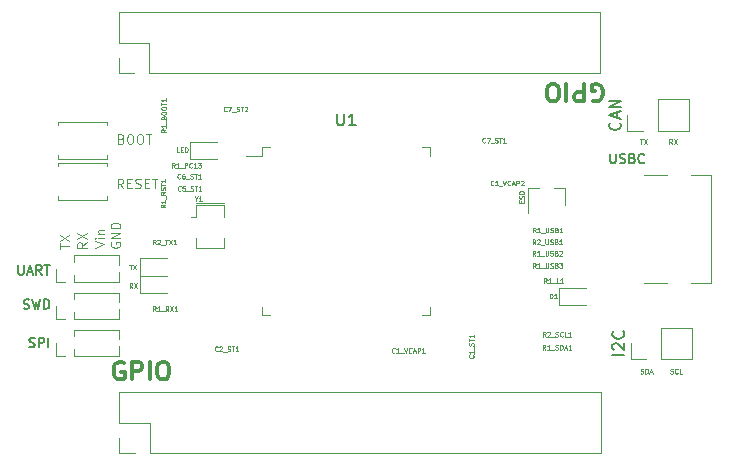
<source format=gbr>
%TF.GenerationSoftware,KiCad,Pcbnew,(5.1.6)-1*%
%TF.CreationDate,2020-08-08T14:22:08+05:30*%
%TF.ProjectId,F745_DISC,46373435-5f44-4495-9343-2e6b69636164,rev?*%
%TF.SameCoordinates,Original*%
%TF.FileFunction,Legend,Top*%
%TF.FilePolarity,Positive*%
%FSLAX46Y46*%
G04 Gerber Fmt 4.6, Leading zero omitted, Abs format (unit mm)*
G04 Created by KiCad (PCBNEW (5.1.6)-1) date 2020-08-08 14:22:08*
%MOMM*%
%LPD*%
G01*
G04 APERTURE LIST*
%ADD10C,0.080000*%
%ADD11C,0.100000*%
%ADD12C,0.300000*%
%ADD13C,0.120000*%
%ADD14C,0.130000*%
%ADD15C,0.150000*%
G04 APERTURE END LIST*
D10*
X89848809Y-62011904D02*
X89905952Y-62030952D01*
X90001190Y-62030952D01*
X90039285Y-62011904D01*
X90058333Y-61992857D01*
X90077380Y-61954761D01*
X90077380Y-61916666D01*
X90058333Y-61878571D01*
X90039285Y-61859523D01*
X90001190Y-61840476D01*
X89925000Y-61821428D01*
X89886904Y-61802380D01*
X89867857Y-61783333D01*
X89848809Y-61745238D01*
X89848809Y-61707142D01*
X89867857Y-61669047D01*
X89886904Y-61650000D01*
X89925000Y-61630952D01*
X90020238Y-61630952D01*
X90077380Y-61650000D01*
X90477380Y-61992857D02*
X90458333Y-62011904D01*
X90401190Y-62030952D01*
X90363095Y-62030952D01*
X90305952Y-62011904D01*
X90267857Y-61973809D01*
X90248809Y-61935714D01*
X90229761Y-61859523D01*
X90229761Y-61802380D01*
X90248809Y-61726190D01*
X90267857Y-61688095D01*
X90305952Y-61650000D01*
X90363095Y-61630952D01*
X90401190Y-61630952D01*
X90458333Y-61650000D01*
X90477380Y-61669047D01*
X90839285Y-62030952D02*
X90648809Y-62030952D01*
X90648809Y-61630952D01*
X87339285Y-62011904D02*
X87396428Y-62030952D01*
X87491666Y-62030952D01*
X87529761Y-62011904D01*
X87548809Y-61992857D01*
X87567857Y-61954761D01*
X87567857Y-61916666D01*
X87548809Y-61878571D01*
X87529761Y-61859523D01*
X87491666Y-61840476D01*
X87415476Y-61821428D01*
X87377380Y-61802380D01*
X87358333Y-61783333D01*
X87339285Y-61745238D01*
X87339285Y-61707142D01*
X87358333Y-61669047D01*
X87377380Y-61650000D01*
X87415476Y-61630952D01*
X87510714Y-61630952D01*
X87567857Y-61650000D01*
X87739285Y-62030952D02*
X87739285Y-61630952D01*
X87834523Y-61630952D01*
X87891666Y-61650000D01*
X87929761Y-61688095D01*
X87948809Y-61726190D01*
X87967857Y-61802380D01*
X87967857Y-61859523D01*
X87948809Y-61935714D01*
X87929761Y-61973809D01*
X87891666Y-62011904D01*
X87834523Y-62030952D01*
X87739285Y-62030952D01*
X88120238Y-61916666D02*
X88310714Y-61916666D01*
X88082142Y-62030952D02*
X88215476Y-61630952D01*
X88348809Y-62030952D01*
X90008333Y-42580952D02*
X89875000Y-42390476D01*
X89779761Y-42580952D02*
X89779761Y-42180952D01*
X89932142Y-42180952D01*
X89970238Y-42200000D01*
X89989285Y-42219047D01*
X90008333Y-42257142D01*
X90008333Y-42314285D01*
X89989285Y-42352380D01*
X89970238Y-42371428D01*
X89932142Y-42390476D01*
X89779761Y-42390476D01*
X90141666Y-42180952D02*
X90408333Y-42580952D01*
X90408333Y-42180952D02*
X90141666Y-42580952D01*
X87295238Y-42180952D02*
X87523809Y-42180952D01*
X87409523Y-42580952D02*
X87409523Y-42180952D01*
X87619047Y-42180952D02*
X87885714Y-42580952D01*
X87885714Y-42180952D02*
X87619047Y-42580952D01*
D11*
X42500000Y-50934523D02*
X42461904Y-51010714D01*
X42461904Y-51125000D01*
X42500000Y-51239285D01*
X42576190Y-51315476D01*
X42652380Y-51353571D01*
X42804761Y-51391666D01*
X42919047Y-51391666D01*
X43071428Y-51353571D01*
X43147619Y-51315476D01*
X43223809Y-51239285D01*
X43261904Y-51125000D01*
X43261904Y-51048809D01*
X43223809Y-50934523D01*
X43185714Y-50896428D01*
X42919047Y-50896428D01*
X42919047Y-51048809D01*
X43261904Y-50553571D02*
X42461904Y-50553571D01*
X43261904Y-50096428D01*
X42461904Y-50096428D01*
X43261904Y-49715476D02*
X42461904Y-49715476D01*
X42461904Y-49525000D01*
X42500000Y-49410714D01*
X42576190Y-49334523D01*
X42652380Y-49296428D01*
X42804761Y-49258333D01*
X42919047Y-49258333D01*
X43071428Y-49296428D01*
X43147619Y-49334523D01*
X43223809Y-49410714D01*
X43261904Y-49525000D01*
X43261904Y-49715476D01*
X41136904Y-51369047D02*
X41936904Y-51102380D01*
X41136904Y-50835714D01*
X41936904Y-50569047D02*
X41403571Y-50569047D01*
X41136904Y-50569047D02*
X41175000Y-50607142D01*
X41213095Y-50569047D01*
X41175000Y-50530952D01*
X41136904Y-50569047D01*
X41213095Y-50569047D01*
X41403571Y-50188095D02*
X41936904Y-50188095D01*
X41479761Y-50188095D02*
X41441666Y-50150000D01*
X41403571Y-50073809D01*
X41403571Y-49959523D01*
X41441666Y-49883333D01*
X41517857Y-49845238D01*
X41936904Y-49845238D01*
X40436904Y-50933333D02*
X40055952Y-51200000D01*
X40436904Y-51390476D02*
X39636904Y-51390476D01*
X39636904Y-51085714D01*
X39675000Y-51009523D01*
X39713095Y-50971428D01*
X39789285Y-50933333D01*
X39903571Y-50933333D01*
X39979761Y-50971428D01*
X40017857Y-51009523D01*
X40055952Y-51085714D01*
X40055952Y-51390476D01*
X39636904Y-50666666D02*
X40436904Y-50133333D01*
X39636904Y-50133333D02*
X40436904Y-50666666D01*
X38136904Y-51459523D02*
X38136904Y-51002380D01*
X38936904Y-51230952D02*
X38136904Y-51230952D01*
X38136904Y-50811904D02*
X38936904Y-50278571D01*
X38136904Y-50278571D02*
X38936904Y-50811904D01*
D12*
X83275000Y-38925000D02*
X83417857Y-38996428D01*
X83632142Y-38996428D01*
X83846428Y-38925000D01*
X83989285Y-38782142D01*
X84060714Y-38639285D01*
X84132142Y-38353571D01*
X84132142Y-38139285D01*
X84060714Y-37853571D01*
X83989285Y-37710714D01*
X83846428Y-37567857D01*
X83632142Y-37496428D01*
X83489285Y-37496428D01*
X83275000Y-37567857D01*
X83203571Y-37639285D01*
X83203571Y-38139285D01*
X83489285Y-38139285D01*
X82560714Y-37496428D02*
X82560714Y-38996428D01*
X81989285Y-38996428D01*
X81846428Y-38925000D01*
X81775000Y-38853571D01*
X81703571Y-38710714D01*
X81703571Y-38496428D01*
X81775000Y-38353571D01*
X81846428Y-38282142D01*
X81989285Y-38210714D01*
X82560714Y-38210714D01*
X81060714Y-37496428D02*
X81060714Y-38996428D01*
X80060714Y-38996428D02*
X79775000Y-38996428D01*
X79632142Y-38925000D01*
X79489285Y-38782142D01*
X79417857Y-38496428D01*
X79417857Y-37996428D01*
X79489285Y-37710714D01*
X79632142Y-37567857D01*
X79775000Y-37496428D01*
X80060714Y-37496428D01*
X80203571Y-37567857D01*
X80346428Y-37710714D01*
X80417857Y-37996428D01*
X80417857Y-38496428D01*
X80346428Y-38782142D01*
X80203571Y-38925000D01*
X80060714Y-38996428D01*
X43575000Y-61100000D02*
X43432142Y-61028571D01*
X43217857Y-61028571D01*
X43003571Y-61100000D01*
X42860714Y-61242857D01*
X42789285Y-61385714D01*
X42717857Y-61671428D01*
X42717857Y-61885714D01*
X42789285Y-62171428D01*
X42860714Y-62314285D01*
X43003571Y-62457142D01*
X43217857Y-62528571D01*
X43360714Y-62528571D01*
X43575000Y-62457142D01*
X43646428Y-62385714D01*
X43646428Y-61885714D01*
X43360714Y-61885714D01*
X44289285Y-62528571D02*
X44289285Y-61028571D01*
X44860714Y-61028571D01*
X45003571Y-61100000D01*
X45075000Y-61171428D01*
X45146428Y-61314285D01*
X45146428Y-61528571D01*
X45075000Y-61671428D01*
X45003571Y-61742857D01*
X44860714Y-61814285D01*
X44289285Y-61814285D01*
X45789285Y-62528571D02*
X45789285Y-61028571D01*
X46789285Y-61028571D02*
X47075000Y-61028571D01*
X47217857Y-61100000D01*
X47360714Y-61242857D01*
X47432142Y-61528571D01*
X47432142Y-62028571D01*
X47360714Y-62314285D01*
X47217857Y-62457142D01*
X47075000Y-62528571D01*
X46789285Y-62528571D01*
X46646428Y-62457142D01*
X46503571Y-62314285D01*
X46432142Y-62028571D01*
X46432142Y-61528571D01*
X46503571Y-61242857D01*
X46646428Y-61100000D01*
X46789285Y-61028571D01*
D13*
%TO.C,SPI*%
X37880000Y-60540000D02*
X37880000Y-59430000D01*
X38640000Y-60540000D02*
X37880000Y-60540000D01*
X39400000Y-58866529D02*
X39400000Y-58320000D01*
X39400000Y-60540000D02*
X39400000Y-59993471D01*
X39400000Y-58320000D02*
X43145000Y-58320000D01*
X39400000Y-60540000D02*
X43145000Y-60540000D01*
X43145000Y-59122470D02*
X43145000Y-58320000D01*
X43145000Y-60540000D02*
X43145000Y-59737530D01*
%TO.C,SWD*%
X37880000Y-57400000D02*
X37880000Y-56290000D01*
X38640000Y-57400000D02*
X37880000Y-57400000D01*
X39400000Y-55726529D02*
X39400000Y-55180000D01*
X39400000Y-57400000D02*
X39400000Y-56853471D01*
X39400000Y-55180000D02*
X43145000Y-55180000D01*
X39400000Y-57400000D02*
X43145000Y-57400000D01*
X43145000Y-55982470D02*
X43145000Y-55180000D01*
X43145000Y-57400000D02*
X43145000Y-56597530D01*
%TO.C,UART*%
X37880000Y-54260000D02*
X37880000Y-53150000D01*
X38640000Y-54260000D02*
X37880000Y-54260000D01*
X39400000Y-52586529D02*
X39400000Y-52040000D01*
X39400000Y-54260000D02*
X39400000Y-53713471D01*
X39400000Y-52040000D02*
X43145000Y-52040000D01*
X39400000Y-54260000D02*
X43145000Y-54260000D01*
X43145000Y-52842470D02*
X43145000Y-52040000D01*
X43145000Y-54260000D02*
X43145000Y-53457530D01*
%TO.C,J4*%
X83960000Y-68780000D02*
X83960000Y-63580000D01*
X45800000Y-68780000D02*
X83960000Y-68780000D01*
X43200000Y-63580000D02*
X83960000Y-63580000D01*
X45800000Y-68780000D02*
X45800000Y-66180000D01*
X45800000Y-66180000D02*
X43200000Y-66180000D01*
X43200000Y-66180000D02*
X43200000Y-63580000D01*
X44530000Y-68780000D02*
X43200000Y-68780000D01*
X43200000Y-68780000D02*
X43200000Y-67450000D01*
%TO.C,J3*%
X83910000Y-36610000D02*
X83910000Y-31410000D01*
X45750000Y-36610000D02*
X83910000Y-36610000D01*
X43150000Y-31410000D02*
X83910000Y-31410000D01*
X45750000Y-36610000D02*
X45750000Y-34010000D01*
X45750000Y-34010000D02*
X43150000Y-34010000D01*
X43150000Y-34010000D02*
X43150000Y-31410000D01*
X44480000Y-36610000D02*
X43150000Y-36610000D01*
X43150000Y-36610000D02*
X43150000Y-35280000D01*
%TO.C,Y1*%
X49700000Y-51400000D02*
X49700000Y-50600000D01*
X52100000Y-51400000D02*
X50100000Y-51400000D01*
X52100000Y-50600000D02*
X52100000Y-51400000D01*
X52100000Y-47800000D02*
X52100000Y-48800000D01*
X50100000Y-47800000D02*
X52100000Y-47800000D01*
X49700000Y-48800000D02*
X49700000Y-47800000D01*
X49700000Y-48800000D02*
X49300000Y-48800000D01*
X52100000Y-47600000D02*
X50100000Y-47600000D01*
X50100000Y-51400000D02*
X49700000Y-51400000D01*
X50100000Y-47800000D02*
X49700000Y-47800000D01*
X50100000Y-47600000D02*
X49700000Y-47600000D01*
%TO.C,U1*%
X68810000Y-57110000D02*
X69510000Y-57110000D01*
X69510000Y-57110000D02*
X69510000Y-56410000D01*
X55990000Y-57110000D02*
X55290000Y-57110000D01*
X55290000Y-57110000D02*
X55290000Y-56410000D01*
X68810000Y-42890000D02*
X69510000Y-42890000D01*
X69510000Y-42890000D02*
X69510000Y-43590000D01*
X55990000Y-42890000D02*
X55290000Y-42890000D01*
X55290000Y-42890000D02*
X55290000Y-43590000D01*
X55290000Y-43590000D02*
X53925000Y-43590000D01*
%TO.C,I2C*%
X91700000Y-60810000D02*
X91700000Y-58150000D01*
X89100000Y-60810000D02*
X91700000Y-60810000D01*
X89100000Y-58150000D02*
X91700000Y-58150000D01*
X89100000Y-60810000D02*
X89100000Y-58150000D01*
X87830000Y-60810000D02*
X86500000Y-60810000D01*
X86500000Y-60810000D02*
X86500000Y-59480000D01*
%TO.C,CAN*%
X91410000Y-41470000D02*
X91410000Y-38810000D01*
X88810000Y-41470000D02*
X91410000Y-41470000D01*
X88810000Y-38810000D02*
X91410000Y-38810000D01*
X88810000Y-41470000D02*
X88810000Y-38810000D01*
X87540000Y-41470000D02*
X86210000Y-41470000D01*
X86210000Y-41470000D02*
X86210000Y-40140000D01*
%TO.C,USBC*%
X87650000Y-54380000D02*
X89570000Y-54380000D01*
X89570000Y-45220000D02*
X87650000Y-45220000D01*
X91580000Y-45220000D02*
X93285000Y-45220000D01*
X93285000Y-54380000D02*
X91580000Y-54380000D01*
X93285000Y-45220000D02*
X93285000Y-54380000D01*
%TO.C,ESD*%
X80960000Y-46300000D02*
X80030000Y-46300000D01*
X77800000Y-46300000D02*
X78730000Y-46300000D01*
X77800000Y-46300000D02*
X77800000Y-48460000D01*
X80960000Y-46300000D02*
X80960000Y-47760000D01*
%TO.C,LED*%
X51450000Y-42390000D02*
X49165000Y-42390000D01*
X49165000Y-42390000D02*
X49165000Y-43860000D01*
X49165000Y-43860000D02*
X51450000Y-43860000D01*
%TO.C,TX*%
X47200000Y-52265000D02*
X44915000Y-52265000D01*
X44915000Y-52265000D02*
X44915000Y-53735000D01*
X44915000Y-53735000D02*
X47200000Y-53735000D01*
%TO.C,RX*%
X47200000Y-53765000D02*
X44915000Y-53765000D01*
X44915000Y-53765000D02*
X44915000Y-55235000D01*
X44915000Y-55235000D02*
X47200000Y-55235000D01*
%TO.C,D1*%
X82700000Y-54755000D02*
X80415000Y-54755000D01*
X80415000Y-54755000D02*
X80415000Y-56225000D01*
X80415000Y-56225000D02*
X82700000Y-56225000D01*
%TO.C,RESET*%
X42170000Y-47320000D02*
X38030000Y-47320000D01*
X38030000Y-44480000D02*
X38030000Y-44180000D01*
X38030000Y-44180000D02*
X42170000Y-44180000D01*
X42170000Y-47020000D02*
X42170000Y-47320000D01*
X42170000Y-44180000D02*
X42170000Y-44480000D01*
X38030000Y-47320000D02*
X38030000Y-47020000D01*
%TO.C,BOOT*%
X42170000Y-43845000D02*
X38030000Y-43845000D01*
X38030000Y-41005000D02*
X38030000Y-40705000D01*
X38030000Y-40705000D02*
X42170000Y-40705000D01*
X42170000Y-43545000D02*
X42170000Y-43845000D01*
X42170000Y-40705000D02*
X42170000Y-41005000D01*
X38030000Y-43845000D02*
X38030000Y-43545000D01*
%TO.C,SPI*%
D14*
X35580952Y-59763809D02*
X35695238Y-59801904D01*
X35885714Y-59801904D01*
X35961904Y-59763809D01*
X36000000Y-59725714D01*
X36038095Y-59649523D01*
X36038095Y-59573333D01*
X36000000Y-59497142D01*
X35961904Y-59459047D01*
X35885714Y-59420952D01*
X35733333Y-59382857D01*
X35657142Y-59344761D01*
X35619047Y-59306666D01*
X35580952Y-59230476D01*
X35580952Y-59154285D01*
X35619047Y-59078095D01*
X35657142Y-59040000D01*
X35733333Y-59001904D01*
X35923809Y-59001904D01*
X36038095Y-59040000D01*
X36380952Y-59801904D02*
X36380952Y-59001904D01*
X36685714Y-59001904D01*
X36761904Y-59040000D01*
X36800000Y-59078095D01*
X36838095Y-59154285D01*
X36838095Y-59268571D01*
X36800000Y-59344761D01*
X36761904Y-59382857D01*
X36685714Y-59420952D01*
X36380952Y-59420952D01*
X37180952Y-59801904D02*
X37180952Y-59001904D01*
%TO.C,SWD*%
X35114285Y-56523809D02*
X35228571Y-56561904D01*
X35419047Y-56561904D01*
X35495238Y-56523809D01*
X35533333Y-56485714D01*
X35571428Y-56409523D01*
X35571428Y-56333333D01*
X35533333Y-56257142D01*
X35495238Y-56219047D01*
X35419047Y-56180952D01*
X35266666Y-56142857D01*
X35190476Y-56104761D01*
X35152380Y-56066666D01*
X35114285Y-55990476D01*
X35114285Y-55914285D01*
X35152380Y-55838095D01*
X35190476Y-55800000D01*
X35266666Y-55761904D01*
X35457142Y-55761904D01*
X35571428Y-55800000D01*
X35838095Y-55761904D02*
X36028571Y-56561904D01*
X36180952Y-55990476D01*
X36333333Y-56561904D01*
X36523809Y-55761904D01*
X36828571Y-56561904D02*
X36828571Y-55761904D01*
X37019047Y-55761904D01*
X37133333Y-55800000D01*
X37209523Y-55876190D01*
X37247619Y-55952380D01*
X37285714Y-56104761D01*
X37285714Y-56219047D01*
X37247619Y-56371428D01*
X37209523Y-56447619D01*
X37133333Y-56523809D01*
X37019047Y-56561904D01*
X36828571Y-56561904D01*
%TO.C,UART*%
X34633809Y-52861904D02*
X34633809Y-53509523D01*
X34671904Y-53585714D01*
X34710000Y-53623809D01*
X34786190Y-53661904D01*
X34938571Y-53661904D01*
X35014761Y-53623809D01*
X35052857Y-53585714D01*
X35090952Y-53509523D01*
X35090952Y-52861904D01*
X35433809Y-53433333D02*
X35814761Y-53433333D01*
X35357619Y-53661904D02*
X35624285Y-52861904D01*
X35890952Y-53661904D01*
X36614761Y-53661904D02*
X36348095Y-53280952D01*
X36157619Y-53661904D02*
X36157619Y-52861904D01*
X36462380Y-52861904D01*
X36538571Y-52900000D01*
X36576666Y-52938095D01*
X36614761Y-53014285D01*
X36614761Y-53128571D01*
X36576666Y-53204761D01*
X36538571Y-53242857D01*
X36462380Y-53280952D01*
X36157619Y-53280952D01*
X36843333Y-52861904D02*
X37300476Y-52861904D01*
X37071904Y-53661904D02*
X37071904Y-52861904D01*
%TO.C,Y1*%
D11*
X49709523Y-47240476D02*
X49709523Y-47430952D01*
X49576190Y-47030952D02*
X49709523Y-47240476D01*
X49842857Y-47030952D01*
X50185714Y-47430952D02*
X49957142Y-47430952D01*
X50071428Y-47430952D02*
X50071428Y-47030952D01*
X50033333Y-47088095D01*
X49995238Y-47126190D01*
X49957142Y-47145238D01*
%TO.C,U1*%
D15*
X61638095Y-40032380D02*
X61638095Y-40841904D01*
X61685714Y-40937142D01*
X61733333Y-40984761D01*
X61828571Y-41032380D01*
X62019047Y-41032380D01*
X62114285Y-40984761D01*
X62161904Y-40937142D01*
X62209523Y-40841904D01*
X62209523Y-40032380D01*
X63209523Y-41032380D02*
X62638095Y-41032380D01*
X62923809Y-41032380D02*
X62923809Y-40032380D01*
X62828571Y-40175238D01*
X62733333Y-40270476D01*
X62638095Y-40318095D01*
%TO.C,R2_USB1*%
D11*
X78425476Y-51080952D02*
X78292142Y-50890476D01*
X78196904Y-51080952D02*
X78196904Y-50680952D01*
X78349285Y-50680952D01*
X78387380Y-50700000D01*
X78406428Y-50719047D01*
X78425476Y-50757142D01*
X78425476Y-50814285D01*
X78406428Y-50852380D01*
X78387380Y-50871428D01*
X78349285Y-50890476D01*
X78196904Y-50890476D01*
X78577857Y-50719047D02*
X78596904Y-50700000D01*
X78635000Y-50680952D01*
X78730238Y-50680952D01*
X78768333Y-50700000D01*
X78787380Y-50719047D01*
X78806428Y-50757142D01*
X78806428Y-50795238D01*
X78787380Y-50852380D01*
X78558809Y-51080952D01*
X78806428Y-51080952D01*
X78882619Y-51119047D02*
X79187380Y-51119047D01*
X79282619Y-50680952D02*
X79282619Y-51004761D01*
X79301666Y-51042857D01*
X79320714Y-51061904D01*
X79358809Y-51080952D01*
X79435000Y-51080952D01*
X79473095Y-51061904D01*
X79492142Y-51042857D01*
X79511190Y-51004761D01*
X79511190Y-50680952D01*
X79682619Y-51061904D02*
X79739761Y-51080952D01*
X79835000Y-51080952D01*
X79873095Y-51061904D01*
X79892142Y-51042857D01*
X79911190Y-51004761D01*
X79911190Y-50966666D01*
X79892142Y-50928571D01*
X79873095Y-50909523D01*
X79835000Y-50890476D01*
X79758809Y-50871428D01*
X79720714Y-50852380D01*
X79701666Y-50833333D01*
X79682619Y-50795238D01*
X79682619Y-50757142D01*
X79701666Y-50719047D01*
X79720714Y-50700000D01*
X79758809Y-50680952D01*
X79854047Y-50680952D01*
X79911190Y-50700000D01*
X80215952Y-50871428D02*
X80273095Y-50890476D01*
X80292142Y-50909523D01*
X80311190Y-50947619D01*
X80311190Y-51004761D01*
X80292142Y-51042857D01*
X80273095Y-51061904D01*
X80235000Y-51080952D01*
X80082619Y-51080952D01*
X80082619Y-50680952D01*
X80215952Y-50680952D01*
X80254047Y-50700000D01*
X80273095Y-50719047D01*
X80292142Y-50757142D01*
X80292142Y-50795238D01*
X80273095Y-50833333D01*
X80254047Y-50852380D01*
X80215952Y-50871428D01*
X80082619Y-50871428D01*
X80692142Y-51080952D02*
X80463571Y-51080952D01*
X80577857Y-51080952D02*
X80577857Y-50680952D01*
X80539761Y-50738095D01*
X80501666Y-50776190D01*
X80463571Y-50795238D01*
%TO.C,R2_TX1*%
X46272619Y-51105952D02*
X46139285Y-50915476D01*
X46044047Y-51105952D02*
X46044047Y-50705952D01*
X46196428Y-50705952D01*
X46234523Y-50725000D01*
X46253571Y-50744047D01*
X46272619Y-50782142D01*
X46272619Y-50839285D01*
X46253571Y-50877380D01*
X46234523Y-50896428D01*
X46196428Y-50915476D01*
X46044047Y-50915476D01*
X46425000Y-50744047D02*
X46444047Y-50725000D01*
X46482142Y-50705952D01*
X46577380Y-50705952D01*
X46615476Y-50725000D01*
X46634523Y-50744047D01*
X46653571Y-50782142D01*
X46653571Y-50820238D01*
X46634523Y-50877380D01*
X46405952Y-51105952D01*
X46653571Y-51105952D01*
X46729761Y-51144047D02*
X47034523Y-51144047D01*
X47072619Y-50705952D02*
X47301190Y-50705952D01*
X47186904Y-51105952D02*
X47186904Y-50705952D01*
X47396428Y-50705952D02*
X47663095Y-51105952D01*
X47663095Y-50705952D02*
X47396428Y-51105952D01*
X48025000Y-51105952D02*
X47796428Y-51105952D01*
X47910714Y-51105952D02*
X47910714Y-50705952D01*
X47872619Y-50763095D01*
X47834523Y-50801190D01*
X47796428Y-50820238D01*
%TO.C,R2_SCL1*%
X79288095Y-58905952D02*
X79154761Y-58715476D01*
X79059523Y-58905952D02*
X79059523Y-58505952D01*
X79211904Y-58505952D01*
X79250000Y-58525000D01*
X79269047Y-58544047D01*
X79288095Y-58582142D01*
X79288095Y-58639285D01*
X79269047Y-58677380D01*
X79250000Y-58696428D01*
X79211904Y-58715476D01*
X79059523Y-58715476D01*
X79440476Y-58544047D02*
X79459523Y-58525000D01*
X79497619Y-58505952D01*
X79592857Y-58505952D01*
X79630952Y-58525000D01*
X79650000Y-58544047D01*
X79669047Y-58582142D01*
X79669047Y-58620238D01*
X79650000Y-58677380D01*
X79421428Y-58905952D01*
X79669047Y-58905952D01*
X79745238Y-58944047D02*
X80050000Y-58944047D01*
X80126190Y-58886904D02*
X80183333Y-58905952D01*
X80278571Y-58905952D01*
X80316666Y-58886904D01*
X80335714Y-58867857D01*
X80354761Y-58829761D01*
X80354761Y-58791666D01*
X80335714Y-58753571D01*
X80316666Y-58734523D01*
X80278571Y-58715476D01*
X80202380Y-58696428D01*
X80164285Y-58677380D01*
X80145238Y-58658333D01*
X80126190Y-58620238D01*
X80126190Y-58582142D01*
X80145238Y-58544047D01*
X80164285Y-58525000D01*
X80202380Y-58505952D01*
X80297619Y-58505952D01*
X80354761Y-58525000D01*
X80754761Y-58867857D02*
X80735714Y-58886904D01*
X80678571Y-58905952D01*
X80640476Y-58905952D01*
X80583333Y-58886904D01*
X80545238Y-58848809D01*
X80526190Y-58810714D01*
X80507142Y-58734523D01*
X80507142Y-58677380D01*
X80526190Y-58601190D01*
X80545238Y-58563095D01*
X80583333Y-58525000D01*
X80640476Y-58505952D01*
X80678571Y-58505952D01*
X80735714Y-58525000D01*
X80754761Y-58544047D01*
X81116666Y-58905952D02*
X80926190Y-58905952D01*
X80926190Y-58505952D01*
X81459523Y-58905952D02*
X81230952Y-58905952D01*
X81345238Y-58905952D02*
X81345238Y-58505952D01*
X81307142Y-58563095D01*
X81269047Y-58601190D01*
X81230952Y-58620238D01*
%TO.C,R1_USB3*%
X78440476Y-53080952D02*
X78307142Y-52890476D01*
X78211904Y-53080952D02*
X78211904Y-52680952D01*
X78364285Y-52680952D01*
X78402380Y-52700000D01*
X78421428Y-52719047D01*
X78440476Y-52757142D01*
X78440476Y-52814285D01*
X78421428Y-52852380D01*
X78402380Y-52871428D01*
X78364285Y-52890476D01*
X78211904Y-52890476D01*
X78821428Y-53080952D02*
X78592857Y-53080952D01*
X78707142Y-53080952D02*
X78707142Y-52680952D01*
X78669047Y-52738095D01*
X78630952Y-52776190D01*
X78592857Y-52795238D01*
X78897619Y-53119047D02*
X79202380Y-53119047D01*
X79297619Y-52680952D02*
X79297619Y-53004761D01*
X79316666Y-53042857D01*
X79335714Y-53061904D01*
X79373809Y-53080952D01*
X79450000Y-53080952D01*
X79488095Y-53061904D01*
X79507142Y-53042857D01*
X79526190Y-53004761D01*
X79526190Y-52680952D01*
X79697619Y-53061904D02*
X79754761Y-53080952D01*
X79850000Y-53080952D01*
X79888095Y-53061904D01*
X79907142Y-53042857D01*
X79926190Y-53004761D01*
X79926190Y-52966666D01*
X79907142Y-52928571D01*
X79888095Y-52909523D01*
X79850000Y-52890476D01*
X79773809Y-52871428D01*
X79735714Y-52852380D01*
X79716666Y-52833333D01*
X79697619Y-52795238D01*
X79697619Y-52757142D01*
X79716666Y-52719047D01*
X79735714Y-52700000D01*
X79773809Y-52680952D01*
X79869047Y-52680952D01*
X79926190Y-52700000D01*
X80230952Y-52871428D02*
X80288095Y-52890476D01*
X80307142Y-52909523D01*
X80326190Y-52947619D01*
X80326190Y-53004761D01*
X80307142Y-53042857D01*
X80288095Y-53061904D01*
X80250000Y-53080952D01*
X80097619Y-53080952D01*
X80097619Y-52680952D01*
X80230952Y-52680952D01*
X80269047Y-52700000D01*
X80288095Y-52719047D01*
X80307142Y-52757142D01*
X80307142Y-52795238D01*
X80288095Y-52833333D01*
X80269047Y-52852380D01*
X80230952Y-52871428D01*
X80097619Y-52871428D01*
X80459523Y-52680952D02*
X80707142Y-52680952D01*
X80573809Y-52833333D01*
X80630952Y-52833333D01*
X80669047Y-52852380D01*
X80688095Y-52871428D01*
X80707142Y-52909523D01*
X80707142Y-53004761D01*
X80688095Y-53042857D01*
X80669047Y-53061904D01*
X80630952Y-53080952D01*
X80516666Y-53080952D01*
X80478571Y-53061904D01*
X80459523Y-53042857D01*
%TO.C,R1_USB2*%
X78430476Y-52040952D02*
X78297142Y-51850476D01*
X78201904Y-52040952D02*
X78201904Y-51640952D01*
X78354285Y-51640952D01*
X78392380Y-51660000D01*
X78411428Y-51679047D01*
X78430476Y-51717142D01*
X78430476Y-51774285D01*
X78411428Y-51812380D01*
X78392380Y-51831428D01*
X78354285Y-51850476D01*
X78201904Y-51850476D01*
X78811428Y-52040952D02*
X78582857Y-52040952D01*
X78697142Y-52040952D02*
X78697142Y-51640952D01*
X78659047Y-51698095D01*
X78620952Y-51736190D01*
X78582857Y-51755238D01*
X78887619Y-52079047D02*
X79192380Y-52079047D01*
X79287619Y-51640952D02*
X79287619Y-51964761D01*
X79306666Y-52002857D01*
X79325714Y-52021904D01*
X79363809Y-52040952D01*
X79440000Y-52040952D01*
X79478095Y-52021904D01*
X79497142Y-52002857D01*
X79516190Y-51964761D01*
X79516190Y-51640952D01*
X79687619Y-52021904D02*
X79744761Y-52040952D01*
X79840000Y-52040952D01*
X79878095Y-52021904D01*
X79897142Y-52002857D01*
X79916190Y-51964761D01*
X79916190Y-51926666D01*
X79897142Y-51888571D01*
X79878095Y-51869523D01*
X79840000Y-51850476D01*
X79763809Y-51831428D01*
X79725714Y-51812380D01*
X79706666Y-51793333D01*
X79687619Y-51755238D01*
X79687619Y-51717142D01*
X79706666Y-51679047D01*
X79725714Y-51660000D01*
X79763809Y-51640952D01*
X79859047Y-51640952D01*
X79916190Y-51660000D01*
X80220952Y-51831428D02*
X80278095Y-51850476D01*
X80297142Y-51869523D01*
X80316190Y-51907619D01*
X80316190Y-51964761D01*
X80297142Y-52002857D01*
X80278095Y-52021904D01*
X80240000Y-52040952D01*
X80087619Y-52040952D01*
X80087619Y-51640952D01*
X80220952Y-51640952D01*
X80259047Y-51660000D01*
X80278095Y-51679047D01*
X80297142Y-51717142D01*
X80297142Y-51755238D01*
X80278095Y-51793333D01*
X80259047Y-51812380D01*
X80220952Y-51831428D01*
X80087619Y-51831428D01*
X80468571Y-51679047D02*
X80487619Y-51660000D01*
X80525714Y-51640952D01*
X80620952Y-51640952D01*
X80659047Y-51660000D01*
X80678095Y-51679047D01*
X80697142Y-51717142D01*
X80697142Y-51755238D01*
X80678095Y-51812380D01*
X80449523Y-52040952D01*
X80697142Y-52040952D01*
%TO.C,R1_USB1*%
X78440476Y-50080952D02*
X78307142Y-49890476D01*
X78211904Y-50080952D02*
X78211904Y-49680952D01*
X78364285Y-49680952D01*
X78402380Y-49700000D01*
X78421428Y-49719047D01*
X78440476Y-49757142D01*
X78440476Y-49814285D01*
X78421428Y-49852380D01*
X78402380Y-49871428D01*
X78364285Y-49890476D01*
X78211904Y-49890476D01*
X78821428Y-50080952D02*
X78592857Y-50080952D01*
X78707142Y-50080952D02*
X78707142Y-49680952D01*
X78669047Y-49738095D01*
X78630952Y-49776190D01*
X78592857Y-49795238D01*
X78897619Y-50119047D02*
X79202380Y-50119047D01*
X79297619Y-49680952D02*
X79297619Y-50004761D01*
X79316666Y-50042857D01*
X79335714Y-50061904D01*
X79373809Y-50080952D01*
X79450000Y-50080952D01*
X79488095Y-50061904D01*
X79507142Y-50042857D01*
X79526190Y-50004761D01*
X79526190Y-49680952D01*
X79697619Y-50061904D02*
X79754761Y-50080952D01*
X79850000Y-50080952D01*
X79888095Y-50061904D01*
X79907142Y-50042857D01*
X79926190Y-50004761D01*
X79926190Y-49966666D01*
X79907142Y-49928571D01*
X79888095Y-49909523D01*
X79850000Y-49890476D01*
X79773809Y-49871428D01*
X79735714Y-49852380D01*
X79716666Y-49833333D01*
X79697619Y-49795238D01*
X79697619Y-49757142D01*
X79716666Y-49719047D01*
X79735714Y-49700000D01*
X79773809Y-49680952D01*
X79869047Y-49680952D01*
X79926190Y-49700000D01*
X80230952Y-49871428D02*
X80288095Y-49890476D01*
X80307142Y-49909523D01*
X80326190Y-49947619D01*
X80326190Y-50004761D01*
X80307142Y-50042857D01*
X80288095Y-50061904D01*
X80250000Y-50080952D01*
X80097619Y-50080952D01*
X80097619Y-49680952D01*
X80230952Y-49680952D01*
X80269047Y-49700000D01*
X80288095Y-49719047D01*
X80307142Y-49757142D01*
X80307142Y-49795238D01*
X80288095Y-49833333D01*
X80269047Y-49852380D01*
X80230952Y-49871428D01*
X80097619Y-49871428D01*
X80707142Y-50080952D02*
X80478571Y-50080952D01*
X80592857Y-50080952D02*
X80592857Y-49680952D01*
X80554761Y-49738095D01*
X80516666Y-49776190D01*
X80478571Y-49795238D01*
%TO.C,R1_SDA1*%
X79278571Y-60005952D02*
X79145238Y-59815476D01*
X79050000Y-60005952D02*
X79050000Y-59605952D01*
X79202380Y-59605952D01*
X79240476Y-59625000D01*
X79259523Y-59644047D01*
X79278571Y-59682142D01*
X79278571Y-59739285D01*
X79259523Y-59777380D01*
X79240476Y-59796428D01*
X79202380Y-59815476D01*
X79050000Y-59815476D01*
X79659523Y-60005952D02*
X79430952Y-60005952D01*
X79545238Y-60005952D02*
X79545238Y-59605952D01*
X79507142Y-59663095D01*
X79469047Y-59701190D01*
X79430952Y-59720238D01*
X79735714Y-60044047D02*
X80040476Y-60044047D01*
X80116666Y-59986904D02*
X80173809Y-60005952D01*
X80269047Y-60005952D01*
X80307142Y-59986904D01*
X80326190Y-59967857D01*
X80345238Y-59929761D01*
X80345238Y-59891666D01*
X80326190Y-59853571D01*
X80307142Y-59834523D01*
X80269047Y-59815476D01*
X80192857Y-59796428D01*
X80154761Y-59777380D01*
X80135714Y-59758333D01*
X80116666Y-59720238D01*
X80116666Y-59682142D01*
X80135714Y-59644047D01*
X80154761Y-59625000D01*
X80192857Y-59605952D01*
X80288095Y-59605952D01*
X80345238Y-59625000D01*
X80516666Y-60005952D02*
X80516666Y-59605952D01*
X80611904Y-59605952D01*
X80669047Y-59625000D01*
X80707142Y-59663095D01*
X80726190Y-59701190D01*
X80745238Y-59777380D01*
X80745238Y-59834523D01*
X80726190Y-59910714D01*
X80707142Y-59948809D01*
X80669047Y-59986904D01*
X80611904Y-60005952D01*
X80516666Y-60005952D01*
X80897619Y-59891666D02*
X81088095Y-59891666D01*
X80859523Y-60005952D02*
X80992857Y-59605952D01*
X81126190Y-60005952D01*
X81469047Y-60005952D02*
X81240476Y-60005952D01*
X81354761Y-60005952D02*
X81354761Y-59605952D01*
X81316666Y-59663095D01*
X81278571Y-59701190D01*
X81240476Y-59720238D01*
%TO.C,R1_RX1*%
X46275000Y-56730952D02*
X46141666Y-56540476D01*
X46046428Y-56730952D02*
X46046428Y-56330952D01*
X46198809Y-56330952D01*
X46236904Y-56350000D01*
X46255952Y-56369047D01*
X46275000Y-56407142D01*
X46275000Y-56464285D01*
X46255952Y-56502380D01*
X46236904Y-56521428D01*
X46198809Y-56540476D01*
X46046428Y-56540476D01*
X46655952Y-56730952D02*
X46427380Y-56730952D01*
X46541666Y-56730952D02*
X46541666Y-56330952D01*
X46503571Y-56388095D01*
X46465476Y-56426190D01*
X46427380Y-56445238D01*
X46732142Y-56769047D02*
X47036904Y-56769047D01*
X47360714Y-56730952D02*
X47227380Y-56540476D01*
X47132142Y-56730952D02*
X47132142Y-56330952D01*
X47284523Y-56330952D01*
X47322619Y-56350000D01*
X47341666Y-56369047D01*
X47360714Y-56407142D01*
X47360714Y-56464285D01*
X47341666Y-56502380D01*
X47322619Y-56521428D01*
X47284523Y-56540476D01*
X47132142Y-56540476D01*
X47494047Y-56330952D02*
X47760714Y-56730952D01*
X47760714Y-56330952D02*
X47494047Y-56730952D01*
X48122619Y-56730952D02*
X47894047Y-56730952D01*
X48008333Y-56730952D02*
X48008333Y-56330952D01*
X47970238Y-56388095D01*
X47932142Y-56426190D01*
X47894047Y-56445238D01*
%TO.C,R1_RST1*%
X47105952Y-47737380D02*
X46915476Y-47870714D01*
X47105952Y-47965952D02*
X46705952Y-47965952D01*
X46705952Y-47813571D01*
X46725000Y-47775476D01*
X46744047Y-47756428D01*
X46782142Y-47737380D01*
X46839285Y-47737380D01*
X46877380Y-47756428D01*
X46896428Y-47775476D01*
X46915476Y-47813571D01*
X46915476Y-47965952D01*
X47105952Y-47356428D02*
X47105952Y-47585000D01*
X47105952Y-47470714D02*
X46705952Y-47470714D01*
X46763095Y-47508809D01*
X46801190Y-47546904D01*
X46820238Y-47585000D01*
X47144047Y-47280238D02*
X47144047Y-46975476D01*
X47105952Y-46651666D02*
X46915476Y-46785000D01*
X47105952Y-46880238D02*
X46705952Y-46880238D01*
X46705952Y-46727857D01*
X46725000Y-46689761D01*
X46744047Y-46670714D01*
X46782142Y-46651666D01*
X46839285Y-46651666D01*
X46877380Y-46670714D01*
X46896428Y-46689761D01*
X46915476Y-46727857D01*
X46915476Y-46880238D01*
X47086904Y-46499285D02*
X47105952Y-46442142D01*
X47105952Y-46346904D01*
X47086904Y-46308809D01*
X47067857Y-46289761D01*
X47029761Y-46270714D01*
X46991666Y-46270714D01*
X46953571Y-46289761D01*
X46934523Y-46308809D01*
X46915476Y-46346904D01*
X46896428Y-46423095D01*
X46877380Y-46461190D01*
X46858333Y-46480238D01*
X46820238Y-46499285D01*
X46782142Y-46499285D01*
X46744047Y-46480238D01*
X46725000Y-46461190D01*
X46705952Y-46423095D01*
X46705952Y-46327857D01*
X46725000Y-46270714D01*
X46705952Y-46156428D02*
X46705952Y-45927857D01*
X47105952Y-46042142D02*
X46705952Y-46042142D01*
X47105952Y-45585000D02*
X47105952Y-45813571D01*
X47105952Y-45699285D02*
X46705952Y-45699285D01*
X46763095Y-45737380D01*
X46801190Y-45775476D01*
X46820238Y-45813571D01*
%TO.C,R1_PC13*%
X47875000Y-44605952D02*
X47741666Y-44415476D01*
X47646428Y-44605952D02*
X47646428Y-44205952D01*
X47798809Y-44205952D01*
X47836904Y-44225000D01*
X47855952Y-44244047D01*
X47875000Y-44282142D01*
X47875000Y-44339285D01*
X47855952Y-44377380D01*
X47836904Y-44396428D01*
X47798809Y-44415476D01*
X47646428Y-44415476D01*
X48255952Y-44605952D02*
X48027380Y-44605952D01*
X48141666Y-44605952D02*
X48141666Y-44205952D01*
X48103571Y-44263095D01*
X48065476Y-44301190D01*
X48027380Y-44320238D01*
X48332142Y-44644047D02*
X48636904Y-44644047D01*
X48732142Y-44605952D02*
X48732142Y-44205952D01*
X48884523Y-44205952D01*
X48922619Y-44225000D01*
X48941666Y-44244047D01*
X48960714Y-44282142D01*
X48960714Y-44339285D01*
X48941666Y-44377380D01*
X48922619Y-44396428D01*
X48884523Y-44415476D01*
X48732142Y-44415476D01*
X49360714Y-44567857D02*
X49341666Y-44586904D01*
X49284523Y-44605952D01*
X49246428Y-44605952D01*
X49189285Y-44586904D01*
X49151190Y-44548809D01*
X49132142Y-44510714D01*
X49113095Y-44434523D01*
X49113095Y-44377380D01*
X49132142Y-44301190D01*
X49151190Y-44263095D01*
X49189285Y-44225000D01*
X49246428Y-44205952D01*
X49284523Y-44205952D01*
X49341666Y-44225000D01*
X49360714Y-44244047D01*
X49741666Y-44605952D02*
X49513095Y-44605952D01*
X49627380Y-44605952D02*
X49627380Y-44205952D01*
X49589285Y-44263095D01*
X49551190Y-44301190D01*
X49513095Y-44320238D01*
X49875000Y-44205952D02*
X50122619Y-44205952D01*
X49989285Y-44358333D01*
X50046428Y-44358333D01*
X50084523Y-44377380D01*
X50103571Y-44396428D01*
X50122619Y-44434523D01*
X50122619Y-44529761D01*
X50103571Y-44567857D01*
X50084523Y-44586904D01*
X50046428Y-44605952D01*
X49932142Y-44605952D01*
X49894047Y-44586904D01*
X49875000Y-44567857D01*
%TO.C,R1_L1*%
X79378571Y-54360952D02*
X79245238Y-54170476D01*
X79150000Y-54360952D02*
X79150000Y-53960952D01*
X79302380Y-53960952D01*
X79340476Y-53980000D01*
X79359523Y-53999047D01*
X79378571Y-54037142D01*
X79378571Y-54094285D01*
X79359523Y-54132380D01*
X79340476Y-54151428D01*
X79302380Y-54170476D01*
X79150000Y-54170476D01*
X79759523Y-54360952D02*
X79530952Y-54360952D01*
X79645238Y-54360952D02*
X79645238Y-53960952D01*
X79607142Y-54018095D01*
X79569047Y-54056190D01*
X79530952Y-54075238D01*
X79835714Y-54399047D02*
X80140476Y-54399047D01*
X80426190Y-54360952D02*
X80235714Y-54360952D01*
X80235714Y-53960952D01*
X80769047Y-54360952D02*
X80540476Y-54360952D01*
X80654761Y-54360952D02*
X80654761Y-53960952D01*
X80616666Y-54018095D01*
X80578571Y-54056190D01*
X80540476Y-54075238D01*
%TO.C,R1_BOOT1*%
X47155952Y-41355952D02*
X46965476Y-41489285D01*
X47155952Y-41584523D02*
X46755952Y-41584523D01*
X46755952Y-41432142D01*
X46775000Y-41394047D01*
X46794047Y-41375000D01*
X46832142Y-41355952D01*
X46889285Y-41355952D01*
X46927380Y-41375000D01*
X46946428Y-41394047D01*
X46965476Y-41432142D01*
X46965476Y-41584523D01*
X47155952Y-40975000D02*
X47155952Y-41203571D01*
X47155952Y-41089285D02*
X46755952Y-41089285D01*
X46813095Y-41127380D01*
X46851190Y-41165476D01*
X46870238Y-41203571D01*
X47194047Y-40898809D02*
X47194047Y-40594047D01*
X46946428Y-40365476D02*
X46965476Y-40308333D01*
X46984523Y-40289285D01*
X47022619Y-40270238D01*
X47079761Y-40270238D01*
X47117857Y-40289285D01*
X47136904Y-40308333D01*
X47155952Y-40346428D01*
X47155952Y-40498809D01*
X46755952Y-40498809D01*
X46755952Y-40365476D01*
X46775000Y-40327380D01*
X46794047Y-40308333D01*
X46832142Y-40289285D01*
X46870238Y-40289285D01*
X46908333Y-40308333D01*
X46927380Y-40327380D01*
X46946428Y-40365476D01*
X46946428Y-40498809D01*
X46755952Y-40022619D02*
X46755952Y-39946428D01*
X46775000Y-39908333D01*
X46813095Y-39870238D01*
X46889285Y-39851190D01*
X47022619Y-39851190D01*
X47098809Y-39870238D01*
X47136904Y-39908333D01*
X47155952Y-39946428D01*
X47155952Y-40022619D01*
X47136904Y-40060714D01*
X47098809Y-40098809D01*
X47022619Y-40117857D01*
X46889285Y-40117857D01*
X46813095Y-40098809D01*
X46775000Y-40060714D01*
X46755952Y-40022619D01*
X46755952Y-39603571D02*
X46755952Y-39527380D01*
X46775000Y-39489285D01*
X46813095Y-39451190D01*
X46889285Y-39432142D01*
X47022619Y-39432142D01*
X47098809Y-39451190D01*
X47136904Y-39489285D01*
X47155952Y-39527380D01*
X47155952Y-39603571D01*
X47136904Y-39641666D01*
X47098809Y-39679761D01*
X47022619Y-39698809D01*
X46889285Y-39698809D01*
X46813095Y-39679761D01*
X46775000Y-39641666D01*
X46755952Y-39603571D01*
X46755952Y-39317857D02*
X46755952Y-39089285D01*
X47155952Y-39203571D02*
X46755952Y-39203571D01*
X47155952Y-38746428D02*
X47155952Y-38975000D01*
X47155952Y-38860714D02*
X46755952Y-38860714D01*
X46813095Y-38898809D01*
X46851190Y-38936904D01*
X46870238Y-38975000D01*
%TO.C,I2C*%
D15*
X85952380Y-60456190D02*
X84952380Y-60456190D01*
X85047619Y-60027619D02*
X85000000Y-59980000D01*
X84952380Y-59884761D01*
X84952380Y-59646666D01*
X85000000Y-59551428D01*
X85047619Y-59503809D01*
X85142857Y-59456190D01*
X85238095Y-59456190D01*
X85380952Y-59503809D01*
X85952380Y-60075238D01*
X85952380Y-59456190D01*
X85857142Y-58456190D02*
X85904761Y-58503809D01*
X85952380Y-58646666D01*
X85952380Y-58741904D01*
X85904761Y-58884761D01*
X85809523Y-58980000D01*
X85714285Y-59027619D01*
X85523809Y-59075238D01*
X85380952Y-59075238D01*
X85190476Y-59027619D01*
X85095238Y-58980000D01*
X85000000Y-58884761D01*
X84952380Y-58741904D01*
X84952380Y-58646666D01*
X85000000Y-58503809D01*
X85047619Y-58456190D01*
%TO.C,CAN*%
X85567142Y-40782857D02*
X85614761Y-40830476D01*
X85662380Y-40973333D01*
X85662380Y-41068571D01*
X85614761Y-41211428D01*
X85519523Y-41306666D01*
X85424285Y-41354285D01*
X85233809Y-41401904D01*
X85090952Y-41401904D01*
X84900476Y-41354285D01*
X84805238Y-41306666D01*
X84710000Y-41211428D01*
X84662380Y-41068571D01*
X84662380Y-40973333D01*
X84710000Y-40830476D01*
X84757619Y-40782857D01*
X85376666Y-40401904D02*
X85376666Y-39925714D01*
X85662380Y-40497142D02*
X84662380Y-40163809D01*
X85662380Y-39830476D01*
X85662380Y-39497142D02*
X84662380Y-39497142D01*
X85662380Y-38925714D01*
X84662380Y-38925714D01*
%TO.C,USBC*%
X84770476Y-43421904D02*
X84770476Y-44069523D01*
X84808571Y-44145714D01*
X84846666Y-44183809D01*
X84922857Y-44221904D01*
X85075238Y-44221904D01*
X85151428Y-44183809D01*
X85189523Y-44145714D01*
X85227619Y-44069523D01*
X85227619Y-43421904D01*
X85570476Y-44183809D02*
X85684761Y-44221904D01*
X85875238Y-44221904D01*
X85951428Y-44183809D01*
X85989523Y-44145714D01*
X86027619Y-44069523D01*
X86027619Y-43993333D01*
X85989523Y-43917142D01*
X85951428Y-43879047D01*
X85875238Y-43840952D01*
X85722857Y-43802857D01*
X85646666Y-43764761D01*
X85608571Y-43726666D01*
X85570476Y-43650476D01*
X85570476Y-43574285D01*
X85608571Y-43498095D01*
X85646666Y-43460000D01*
X85722857Y-43421904D01*
X85913333Y-43421904D01*
X86027619Y-43460000D01*
X86637142Y-43802857D02*
X86751428Y-43840952D01*
X86789523Y-43879047D01*
X86827619Y-43955238D01*
X86827619Y-44069523D01*
X86789523Y-44145714D01*
X86751428Y-44183809D01*
X86675238Y-44221904D01*
X86370476Y-44221904D01*
X86370476Y-43421904D01*
X86637142Y-43421904D01*
X86713333Y-43460000D01*
X86751428Y-43498095D01*
X86789523Y-43574285D01*
X86789523Y-43650476D01*
X86751428Y-43726666D01*
X86713333Y-43764761D01*
X86637142Y-43802857D01*
X86370476Y-43802857D01*
X87627619Y-44145714D02*
X87589523Y-44183809D01*
X87475238Y-44221904D01*
X87399047Y-44221904D01*
X87284761Y-44183809D01*
X87208571Y-44107619D01*
X87170476Y-44031428D01*
X87132380Y-43879047D01*
X87132380Y-43764761D01*
X87170476Y-43612380D01*
X87208571Y-43536190D01*
X87284761Y-43460000D01*
X87399047Y-43421904D01*
X87475238Y-43421904D01*
X87589523Y-43460000D01*
X87627619Y-43498095D01*
%TO.C,ESD*%
D11*
X77251428Y-47566190D02*
X77251428Y-47432857D01*
X77460952Y-47375714D02*
X77460952Y-47566190D01*
X77060952Y-47566190D01*
X77060952Y-47375714D01*
X77441904Y-47223333D02*
X77460952Y-47166190D01*
X77460952Y-47070952D01*
X77441904Y-47032857D01*
X77422857Y-47013809D01*
X77384761Y-46994761D01*
X77346666Y-46994761D01*
X77308571Y-47013809D01*
X77289523Y-47032857D01*
X77270476Y-47070952D01*
X77251428Y-47147142D01*
X77232380Y-47185238D01*
X77213333Y-47204285D01*
X77175238Y-47223333D01*
X77137142Y-47223333D01*
X77099047Y-47204285D01*
X77080000Y-47185238D01*
X77060952Y-47147142D01*
X77060952Y-47051904D01*
X77080000Y-46994761D01*
X77460952Y-46823333D02*
X77060952Y-46823333D01*
X77060952Y-46728095D01*
X77080000Y-46670952D01*
X77118095Y-46632857D01*
X77156190Y-46613809D01*
X77232380Y-46594761D01*
X77289523Y-46594761D01*
X77365714Y-46613809D01*
X77403809Y-46632857D01*
X77441904Y-46670952D01*
X77460952Y-46728095D01*
X77460952Y-46823333D01*
%TO.C,LED*%
X48267857Y-43280952D02*
X48077380Y-43280952D01*
X48077380Y-42880952D01*
X48401190Y-43071428D02*
X48534523Y-43071428D01*
X48591666Y-43280952D02*
X48401190Y-43280952D01*
X48401190Y-42880952D01*
X48591666Y-42880952D01*
X48763095Y-43280952D02*
X48763095Y-42880952D01*
X48858333Y-42880952D01*
X48915476Y-42900000D01*
X48953571Y-42938095D01*
X48972619Y-42976190D01*
X48991666Y-43052380D01*
X48991666Y-43109523D01*
X48972619Y-43185714D01*
X48953571Y-43223809D01*
X48915476Y-43261904D01*
X48858333Y-43280952D01*
X48763095Y-43280952D01*
%TO.C,TX*%
X44045238Y-52805952D02*
X44273809Y-52805952D01*
X44159523Y-53205952D02*
X44159523Y-52805952D01*
X44369047Y-52805952D02*
X44635714Y-53205952D01*
X44635714Y-52805952D02*
X44369047Y-53205952D01*
%TO.C,RX*%
X44308333Y-54780952D02*
X44175000Y-54590476D01*
X44079761Y-54780952D02*
X44079761Y-54380952D01*
X44232142Y-54380952D01*
X44270238Y-54400000D01*
X44289285Y-54419047D01*
X44308333Y-54457142D01*
X44308333Y-54514285D01*
X44289285Y-54552380D01*
X44270238Y-54571428D01*
X44232142Y-54590476D01*
X44079761Y-54590476D01*
X44441666Y-54380952D02*
X44708333Y-54780952D01*
X44708333Y-54380952D02*
X44441666Y-54780952D01*
%TO.C,D1*%
X79654761Y-55670952D02*
X79654761Y-55270952D01*
X79750000Y-55270952D01*
X79807142Y-55290000D01*
X79845238Y-55328095D01*
X79864285Y-55366190D01*
X79883333Y-55442380D01*
X79883333Y-55499523D01*
X79864285Y-55575714D01*
X79845238Y-55613809D01*
X79807142Y-55651904D01*
X79750000Y-55670952D01*
X79654761Y-55670952D01*
X80264285Y-55670952D02*
X80035714Y-55670952D01*
X80150000Y-55670952D02*
X80150000Y-55270952D01*
X80111904Y-55328095D01*
X80073809Y-55366190D01*
X80035714Y-55385238D01*
%TO.C,C7_ST2*%
X52297619Y-39792857D02*
X52278571Y-39811904D01*
X52221428Y-39830952D01*
X52183333Y-39830952D01*
X52126190Y-39811904D01*
X52088095Y-39773809D01*
X52069047Y-39735714D01*
X52050000Y-39659523D01*
X52050000Y-39602380D01*
X52069047Y-39526190D01*
X52088095Y-39488095D01*
X52126190Y-39450000D01*
X52183333Y-39430952D01*
X52221428Y-39430952D01*
X52278571Y-39450000D01*
X52297619Y-39469047D01*
X52430952Y-39430952D02*
X52697619Y-39430952D01*
X52526190Y-39830952D01*
X52754761Y-39869047D02*
X53059523Y-39869047D01*
X53135714Y-39811904D02*
X53192857Y-39830952D01*
X53288095Y-39830952D01*
X53326190Y-39811904D01*
X53345238Y-39792857D01*
X53364285Y-39754761D01*
X53364285Y-39716666D01*
X53345238Y-39678571D01*
X53326190Y-39659523D01*
X53288095Y-39640476D01*
X53211904Y-39621428D01*
X53173809Y-39602380D01*
X53154761Y-39583333D01*
X53135714Y-39545238D01*
X53135714Y-39507142D01*
X53154761Y-39469047D01*
X53173809Y-39450000D01*
X53211904Y-39430952D01*
X53307142Y-39430952D01*
X53364285Y-39450000D01*
X53478571Y-39430952D02*
X53707142Y-39430952D01*
X53592857Y-39830952D02*
X53592857Y-39430952D01*
X53821428Y-39469047D02*
X53840476Y-39450000D01*
X53878571Y-39430952D01*
X53973809Y-39430952D01*
X54011904Y-39450000D01*
X54030952Y-39469047D01*
X54050000Y-39507142D01*
X54050000Y-39545238D01*
X54030952Y-39602380D01*
X53802380Y-39830952D01*
X54050000Y-39830952D01*
%TO.C,C7_ST1*%
X74172619Y-42442857D02*
X74153571Y-42461904D01*
X74096428Y-42480952D01*
X74058333Y-42480952D01*
X74001190Y-42461904D01*
X73963095Y-42423809D01*
X73944047Y-42385714D01*
X73925000Y-42309523D01*
X73925000Y-42252380D01*
X73944047Y-42176190D01*
X73963095Y-42138095D01*
X74001190Y-42100000D01*
X74058333Y-42080952D01*
X74096428Y-42080952D01*
X74153571Y-42100000D01*
X74172619Y-42119047D01*
X74305952Y-42080952D02*
X74572619Y-42080952D01*
X74401190Y-42480952D01*
X74629761Y-42519047D02*
X74934523Y-42519047D01*
X75010714Y-42461904D02*
X75067857Y-42480952D01*
X75163095Y-42480952D01*
X75201190Y-42461904D01*
X75220238Y-42442857D01*
X75239285Y-42404761D01*
X75239285Y-42366666D01*
X75220238Y-42328571D01*
X75201190Y-42309523D01*
X75163095Y-42290476D01*
X75086904Y-42271428D01*
X75048809Y-42252380D01*
X75029761Y-42233333D01*
X75010714Y-42195238D01*
X75010714Y-42157142D01*
X75029761Y-42119047D01*
X75048809Y-42100000D01*
X75086904Y-42080952D01*
X75182142Y-42080952D01*
X75239285Y-42100000D01*
X75353571Y-42080952D02*
X75582142Y-42080952D01*
X75467857Y-42480952D02*
X75467857Y-42080952D01*
X75925000Y-42480952D02*
X75696428Y-42480952D01*
X75810714Y-42480952D02*
X75810714Y-42080952D01*
X75772619Y-42138095D01*
X75734523Y-42176190D01*
X75696428Y-42195238D01*
%TO.C,C6_ST1*%
X48372619Y-45492857D02*
X48353571Y-45511904D01*
X48296428Y-45530952D01*
X48258333Y-45530952D01*
X48201190Y-45511904D01*
X48163095Y-45473809D01*
X48144047Y-45435714D01*
X48125000Y-45359523D01*
X48125000Y-45302380D01*
X48144047Y-45226190D01*
X48163095Y-45188095D01*
X48201190Y-45150000D01*
X48258333Y-45130952D01*
X48296428Y-45130952D01*
X48353571Y-45150000D01*
X48372619Y-45169047D01*
X48715476Y-45130952D02*
X48639285Y-45130952D01*
X48601190Y-45150000D01*
X48582142Y-45169047D01*
X48544047Y-45226190D01*
X48525000Y-45302380D01*
X48525000Y-45454761D01*
X48544047Y-45492857D01*
X48563095Y-45511904D01*
X48601190Y-45530952D01*
X48677380Y-45530952D01*
X48715476Y-45511904D01*
X48734523Y-45492857D01*
X48753571Y-45454761D01*
X48753571Y-45359523D01*
X48734523Y-45321428D01*
X48715476Y-45302380D01*
X48677380Y-45283333D01*
X48601190Y-45283333D01*
X48563095Y-45302380D01*
X48544047Y-45321428D01*
X48525000Y-45359523D01*
X48829761Y-45569047D02*
X49134523Y-45569047D01*
X49210714Y-45511904D02*
X49267857Y-45530952D01*
X49363095Y-45530952D01*
X49401190Y-45511904D01*
X49420238Y-45492857D01*
X49439285Y-45454761D01*
X49439285Y-45416666D01*
X49420238Y-45378571D01*
X49401190Y-45359523D01*
X49363095Y-45340476D01*
X49286904Y-45321428D01*
X49248809Y-45302380D01*
X49229761Y-45283333D01*
X49210714Y-45245238D01*
X49210714Y-45207142D01*
X49229761Y-45169047D01*
X49248809Y-45150000D01*
X49286904Y-45130952D01*
X49382142Y-45130952D01*
X49439285Y-45150000D01*
X49553571Y-45130952D02*
X49782142Y-45130952D01*
X49667857Y-45530952D02*
X49667857Y-45130952D01*
X50125000Y-45530952D02*
X49896428Y-45530952D01*
X50010714Y-45530952D02*
X50010714Y-45130952D01*
X49972619Y-45188095D01*
X49934523Y-45226190D01*
X49896428Y-45245238D01*
%TO.C,C5_ST1*%
X48397619Y-46517857D02*
X48378571Y-46536904D01*
X48321428Y-46555952D01*
X48283333Y-46555952D01*
X48226190Y-46536904D01*
X48188095Y-46498809D01*
X48169047Y-46460714D01*
X48150000Y-46384523D01*
X48150000Y-46327380D01*
X48169047Y-46251190D01*
X48188095Y-46213095D01*
X48226190Y-46175000D01*
X48283333Y-46155952D01*
X48321428Y-46155952D01*
X48378571Y-46175000D01*
X48397619Y-46194047D01*
X48759523Y-46155952D02*
X48569047Y-46155952D01*
X48550000Y-46346428D01*
X48569047Y-46327380D01*
X48607142Y-46308333D01*
X48702380Y-46308333D01*
X48740476Y-46327380D01*
X48759523Y-46346428D01*
X48778571Y-46384523D01*
X48778571Y-46479761D01*
X48759523Y-46517857D01*
X48740476Y-46536904D01*
X48702380Y-46555952D01*
X48607142Y-46555952D01*
X48569047Y-46536904D01*
X48550000Y-46517857D01*
X48854761Y-46594047D02*
X49159523Y-46594047D01*
X49235714Y-46536904D02*
X49292857Y-46555952D01*
X49388095Y-46555952D01*
X49426190Y-46536904D01*
X49445238Y-46517857D01*
X49464285Y-46479761D01*
X49464285Y-46441666D01*
X49445238Y-46403571D01*
X49426190Y-46384523D01*
X49388095Y-46365476D01*
X49311904Y-46346428D01*
X49273809Y-46327380D01*
X49254761Y-46308333D01*
X49235714Y-46270238D01*
X49235714Y-46232142D01*
X49254761Y-46194047D01*
X49273809Y-46175000D01*
X49311904Y-46155952D01*
X49407142Y-46155952D01*
X49464285Y-46175000D01*
X49578571Y-46155952D02*
X49807142Y-46155952D01*
X49692857Y-46555952D02*
X49692857Y-46155952D01*
X50150000Y-46555952D02*
X49921428Y-46555952D01*
X50035714Y-46555952D02*
X50035714Y-46155952D01*
X49997619Y-46213095D01*
X49959523Y-46251190D01*
X49921428Y-46270238D01*
%TO.C,C2_ST1*%
X51522619Y-60092857D02*
X51503571Y-60111904D01*
X51446428Y-60130952D01*
X51408333Y-60130952D01*
X51351190Y-60111904D01*
X51313095Y-60073809D01*
X51294047Y-60035714D01*
X51275000Y-59959523D01*
X51275000Y-59902380D01*
X51294047Y-59826190D01*
X51313095Y-59788095D01*
X51351190Y-59750000D01*
X51408333Y-59730952D01*
X51446428Y-59730952D01*
X51503571Y-59750000D01*
X51522619Y-59769047D01*
X51675000Y-59769047D02*
X51694047Y-59750000D01*
X51732142Y-59730952D01*
X51827380Y-59730952D01*
X51865476Y-59750000D01*
X51884523Y-59769047D01*
X51903571Y-59807142D01*
X51903571Y-59845238D01*
X51884523Y-59902380D01*
X51655952Y-60130952D01*
X51903571Y-60130952D01*
X51979761Y-60169047D02*
X52284523Y-60169047D01*
X52360714Y-60111904D02*
X52417857Y-60130952D01*
X52513095Y-60130952D01*
X52551190Y-60111904D01*
X52570238Y-60092857D01*
X52589285Y-60054761D01*
X52589285Y-60016666D01*
X52570238Y-59978571D01*
X52551190Y-59959523D01*
X52513095Y-59940476D01*
X52436904Y-59921428D01*
X52398809Y-59902380D01*
X52379761Y-59883333D01*
X52360714Y-59845238D01*
X52360714Y-59807142D01*
X52379761Y-59769047D01*
X52398809Y-59750000D01*
X52436904Y-59730952D01*
X52532142Y-59730952D01*
X52589285Y-59750000D01*
X52703571Y-59730952D02*
X52932142Y-59730952D01*
X52817857Y-60130952D02*
X52817857Y-59730952D01*
X53275000Y-60130952D02*
X53046428Y-60130952D01*
X53160714Y-60130952D02*
X53160714Y-59730952D01*
X53122619Y-59788095D01*
X53084523Y-59826190D01*
X53046428Y-59845238D01*
%TO.C,C1_VCAP2*%
X74877619Y-46067857D02*
X74858571Y-46086904D01*
X74801428Y-46105952D01*
X74763333Y-46105952D01*
X74706190Y-46086904D01*
X74668095Y-46048809D01*
X74649047Y-46010714D01*
X74630000Y-45934523D01*
X74630000Y-45877380D01*
X74649047Y-45801190D01*
X74668095Y-45763095D01*
X74706190Y-45725000D01*
X74763333Y-45705952D01*
X74801428Y-45705952D01*
X74858571Y-45725000D01*
X74877619Y-45744047D01*
X75258571Y-46105952D02*
X75030000Y-46105952D01*
X75144285Y-46105952D02*
X75144285Y-45705952D01*
X75106190Y-45763095D01*
X75068095Y-45801190D01*
X75030000Y-45820238D01*
X75334761Y-46144047D02*
X75639523Y-46144047D01*
X75677619Y-45705952D02*
X75810952Y-46105952D01*
X75944285Y-45705952D01*
X76306190Y-46067857D02*
X76287142Y-46086904D01*
X76230000Y-46105952D01*
X76191904Y-46105952D01*
X76134761Y-46086904D01*
X76096666Y-46048809D01*
X76077619Y-46010714D01*
X76058571Y-45934523D01*
X76058571Y-45877380D01*
X76077619Y-45801190D01*
X76096666Y-45763095D01*
X76134761Y-45725000D01*
X76191904Y-45705952D01*
X76230000Y-45705952D01*
X76287142Y-45725000D01*
X76306190Y-45744047D01*
X76458571Y-45991666D02*
X76649047Y-45991666D01*
X76420476Y-46105952D02*
X76553809Y-45705952D01*
X76687142Y-46105952D01*
X76820476Y-46105952D02*
X76820476Y-45705952D01*
X76972857Y-45705952D01*
X77010952Y-45725000D01*
X77030000Y-45744047D01*
X77049047Y-45782142D01*
X77049047Y-45839285D01*
X77030000Y-45877380D01*
X77010952Y-45896428D01*
X76972857Y-45915476D01*
X76820476Y-45915476D01*
X77201428Y-45744047D02*
X77220476Y-45725000D01*
X77258571Y-45705952D01*
X77353809Y-45705952D01*
X77391904Y-45725000D01*
X77410952Y-45744047D01*
X77430000Y-45782142D01*
X77430000Y-45820238D01*
X77410952Y-45877380D01*
X77182380Y-46105952D01*
X77430000Y-46105952D01*
%TO.C,C1_VCAP1*%
X66512619Y-60237857D02*
X66493571Y-60256904D01*
X66436428Y-60275952D01*
X66398333Y-60275952D01*
X66341190Y-60256904D01*
X66303095Y-60218809D01*
X66284047Y-60180714D01*
X66265000Y-60104523D01*
X66265000Y-60047380D01*
X66284047Y-59971190D01*
X66303095Y-59933095D01*
X66341190Y-59895000D01*
X66398333Y-59875952D01*
X66436428Y-59875952D01*
X66493571Y-59895000D01*
X66512619Y-59914047D01*
X66893571Y-60275952D02*
X66665000Y-60275952D01*
X66779285Y-60275952D02*
X66779285Y-59875952D01*
X66741190Y-59933095D01*
X66703095Y-59971190D01*
X66665000Y-59990238D01*
X66969761Y-60314047D02*
X67274523Y-60314047D01*
X67312619Y-59875952D02*
X67445952Y-60275952D01*
X67579285Y-59875952D01*
X67941190Y-60237857D02*
X67922142Y-60256904D01*
X67865000Y-60275952D01*
X67826904Y-60275952D01*
X67769761Y-60256904D01*
X67731666Y-60218809D01*
X67712619Y-60180714D01*
X67693571Y-60104523D01*
X67693571Y-60047380D01*
X67712619Y-59971190D01*
X67731666Y-59933095D01*
X67769761Y-59895000D01*
X67826904Y-59875952D01*
X67865000Y-59875952D01*
X67922142Y-59895000D01*
X67941190Y-59914047D01*
X68093571Y-60161666D02*
X68284047Y-60161666D01*
X68055476Y-60275952D02*
X68188809Y-59875952D01*
X68322142Y-60275952D01*
X68455476Y-60275952D02*
X68455476Y-59875952D01*
X68607857Y-59875952D01*
X68645952Y-59895000D01*
X68665000Y-59914047D01*
X68684047Y-59952142D01*
X68684047Y-60009285D01*
X68665000Y-60047380D01*
X68645952Y-60066428D01*
X68607857Y-60085476D01*
X68455476Y-60085476D01*
X69065000Y-60275952D02*
X68836428Y-60275952D01*
X68950714Y-60275952D02*
X68950714Y-59875952D01*
X68912619Y-59933095D01*
X68874523Y-59971190D01*
X68836428Y-59990238D01*
%TO.C,C1_ST1*%
X73167857Y-60502380D02*
X73186904Y-60521428D01*
X73205952Y-60578571D01*
X73205952Y-60616666D01*
X73186904Y-60673809D01*
X73148809Y-60711904D01*
X73110714Y-60730952D01*
X73034523Y-60750000D01*
X72977380Y-60750000D01*
X72901190Y-60730952D01*
X72863095Y-60711904D01*
X72825000Y-60673809D01*
X72805952Y-60616666D01*
X72805952Y-60578571D01*
X72825000Y-60521428D01*
X72844047Y-60502380D01*
X73205952Y-60121428D02*
X73205952Y-60350000D01*
X73205952Y-60235714D02*
X72805952Y-60235714D01*
X72863095Y-60273809D01*
X72901190Y-60311904D01*
X72920238Y-60350000D01*
X73244047Y-60045238D02*
X73244047Y-59740476D01*
X73186904Y-59664285D02*
X73205952Y-59607142D01*
X73205952Y-59511904D01*
X73186904Y-59473809D01*
X73167857Y-59454761D01*
X73129761Y-59435714D01*
X73091666Y-59435714D01*
X73053571Y-59454761D01*
X73034523Y-59473809D01*
X73015476Y-59511904D01*
X72996428Y-59588095D01*
X72977380Y-59626190D01*
X72958333Y-59645238D01*
X72920238Y-59664285D01*
X72882142Y-59664285D01*
X72844047Y-59645238D01*
X72825000Y-59626190D01*
X72805952Y-59588095D01*
X72805952Y-59492857D01*
X72825000Y-59435714D01*
X72805952Y-59321428D02*
X72805952Y-59092857D01*
X73205952Y-59207142D02*
X72805952Y-59207142D01*
X73205952Y-58750000D02*
X73205952Y-58978571D01*
X73205952Y-58864285D02*
X72805952Y-58864285D01*
X72863095Y-58902380D01*
X72901190Y-58940476D01*
X72920238Y-58978571D01*
%TO.C,RESET*%
X43538095Y-46336904D02*
X43271428Y-45955952D01*
X43080952Y-46336904D02*
X43080952Y-45536904D01*
X43385714Y-45536904D01*
X43461904Y-45575000D01*
X43500000Y-45613095D01*
X43538095Y-45689285D01*
X43538095Y-45803571D01*
X43500000Y-45879761D01*
X43461904Y-45917857D01*
X43385714Y-45955952D01*
X43080952Y-45955952D01*
X43880952Y-45917857D02*
X44147619Y-45917857D01*
X44261904Y-46336904D02*
X43880952Y-46336904D01*
X43880952Y-45536904D01*
X44261904Y-45536904D01*
X44566666Y-46298809D02*
X44680952Y-46336904D01*
X44871428Y-46336904D01*
X44947619Y-46298809D01*
X44985714Y-46260714D01*
X45023809Y-46184523D01*
X45023809Y-46108333D01*
X44985714Y-46032142D01*
X44947619Y-45994047D01*
X44871428Y-45955952D01*
X44719047Y-45917857D01*
X44642857Y-45879761D01*
X44604761Y-45841666D01*
X44566666Y-45765476D01*
X44566666Y-45689285D01*
X44604761Y-45613095D01*
X44642857Y-45575000D01*
X44719047Y-45536904D01*
X44909523Y-45536904D01*
X45023809Y-45575000D01*
X45366666Y-45917857D02*
X45633333Y-45917857D01*
X45747619Y-46336904D02*
X45366666Y-46336904D01*
X45366666Y-45536904D01*
X45747619Y-45536904D01*
X45976190Y-45536904D02*
X46433333Y-45536904D01*
X46204761Y-46336904D02*
X46204761Y-45536904D01*
%TO.C,BOOT*%
X43364285Y-42167857D02*
X43478571Y-42205952D01*
X43516666Y-42244047D01*
X43554761Y-42320238D01*
X43554761Y-42434523D01*
X43516666Y-42510714D01*
X43478571Y-42548809D01*
X43402380Y-42586904D01*
X43097619Y-42586904D01*
X43097619Y-41786904D01*
X43364285Y-41786904D01*
X43440476Y-41825000D01*
X43478571Y-41863095D01*
X43516666Y-41939285D01*
X43516666Y-42015476D01*
X43478571Y-42091666D01*
X43440476Y-42129761D01*
X43364285Y-42167857D01*
X43097619Y-42167857D01*
X44050000Y-41786904D02*
X44202380Y-41786904D01*
X44278571Y-41825000D01*
X44354761Y-41901190D01*
X44392857Y-42053571D01*
X44392857Y-42320238D01*
X44354761Y-42472619D01*
X44278571Y-42548809D01*
X44202380Y-42586904D01*
X44050000Y-42586904D01*
X43973809Y-42548809D01*
X43897619Y-42472619D01*
X43859523Y-42320238D01*
X43859523Y-42053571D01*
X43897619Y-41901190D01*
X43973809Y-41825000D01*
X44050000Y-41786904D01*
X44888095Y-41786904D02*
X45040476Y-41786904D01*
X45116666Y-41825000D01*
X45192857Y-41901190D01*
X45230952Y-42053571D01*
X45230952Y-42320238D01*
X45192857Y-42472619D01*
X45116666Y-42548809D01*
X45040476Y-42586904D01*
X44888095Y-42586904D01*
X44811904Y-42548809D01*
X44735714Y-42472619D01*
X44697619Y-42320238D01*
X44697619Y-42053571D01*
X44735714Y-41901190D01*
X44811904Y-41825000D01*
X44888095Y-41786904D01*
X45459523Y-41786904D02*
X45916666Y-41786904D01*
X45688095Y-42586904D02*
X45688095Y-41786904D01*
%TD*%
M02*

</source>
